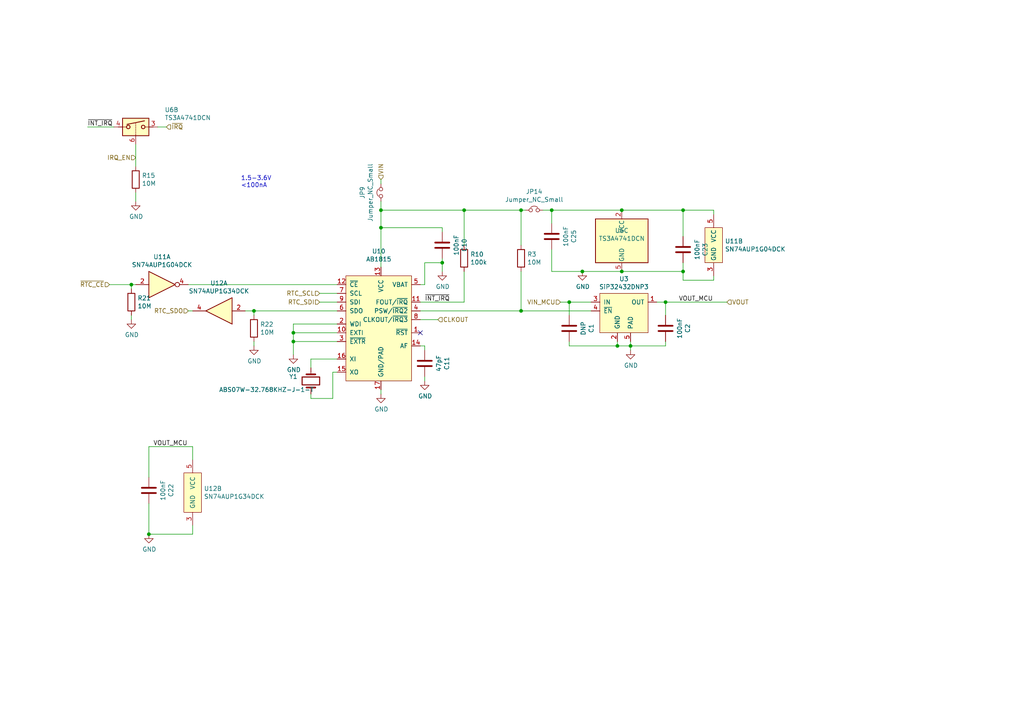
<source format=kicad_sch>
(kicad_sch (version 20211123) (generator eeschema)
  (paper "A4")
  (title_block (title "Real time clock and power management") (date "2021-07-12") (rev "2.0") (company "TU Delft"))
  (lib_symbols
    (symbol "Device:C" (pin_numbers hide) (pin_names (offset 0.254))
      (property "Reference" "C" (at 0.635 2.54 0))
      (property "Value" "C" (at 0.635 -2.54 0))
      (symbol "C_0_1"
        (polyline (pts (xy -2.032 -0.762) (xy 2.032 -0.762)) (stroke (width 0.508)))
        (polyline (pts (xy -2.032 0.762) (xy 2.032 0.762)) (stroke (width 0.508)))
      )
      (symbol "C_1_1"
        (pin passive line (at 0 3.81 270) (length 2.794) (name "~") (number "1"))
        (pin passive line (at 0 -3.81 90) (length 2.794) (name "~") (number "2"))
      )
    )
    (symbol "Device:R" (pin_numbers hide) (pin_names (offset 0))
      (property "Reference" "R" (at 2.032 0 90))
      (property "Value" "R" (at 0 0 90))
      (symbol "R_0_1"
        (rectangle (start -1.016 -2.54) (end 1.016 2.54) (stroke (width 0.254)))
      )
      (symbol "R_1_1"
        (pin passive line (at 0 3.81 270) (length 1.27) (name "~") (number "1"))
        (pin passive line (at 0 -3.81 90) (length 1.27) (name "~") (number "2"))
      )
    )
    (symbol "int-bluetooth-rescue:Jumper_NC_Small-Device" (pin_numbers hide) (pin_names (offset 0.762) hide)
      (property "Reference" "JP" (at 0 2.032 0))
      (property "Value" "Jumper_NC_Small-Device" (at 0.254 -1.524 0))
      (symbol "Jumper_NC_Small-Device_0_1"
        (circle (center -1.016 0) (radius 0.508))
        (circle (center 1.016 0) (radius 0.508))
        (arc (start 1.016 0.762) (mid 0 1.1828) (end -1.016 0.762))
        (pin passive line (at -2.54 0 0) (length 1.016) (name "1") (number "1"))
        (pin passive line (at 2.54 0 180) (length 1.016) (name "2") (number "2"))
      )
    )
    (symbol "jaspers_lib:AB1815" (pin_names (offset 1.016))
      (property "Reference" "U" (at 5.08 16.51 0))
      (property "Value" "AB1815" (at -10.16 16.51 0))
      (symbol "AB1815_0_1"
        (rectangle (start -10.16 13.97) (end 8.89 -16.51) (fill (type background)))
      )
      (symbol "AB1815_1_1"
        (pin output line (at 11.43 -2.54 180) (length 2.54) (name "~{RST}") (number "1"))
        (pin input line (at -12.7 -2.54 0) (length 2.54) (name "EXTI") (number "10"))
        (pin output line (at 11.43 6.35 180) (length 2.54) (name "FOUT/~{IRQ}") (number "11"))
        (pin input line (at -12.7 11.43 0) (length 2.54) (name "~{CE}") (number "12"))
        (pin power_in line (at 0 16.51 270) (length 2.54) (name "VCC") (number "13"))
        (pin output line (at 11.43 -6.35 180) (length 2.54) (name "AF") (number "14"))
        (pin input line (at -12.7 -13.97 0) (length 2.54) (name "XO") (number "15"))
        (pin input line (at -12.7 -10.16 0) (length 2.54) (name "XI") (number "16"))
        (pin power_in line (at 0 -19.05 90) (length 2.54) (name "GND/PAD") (number "17"))
        (pin input line (at -12.7 0 0) (length 2.54) (name "WDI") (number "2"))
        (pin input line (at -12.7 -5.08 0) (length 2.54) (name "~{EXTR}") (number "3"))
        (pin output line (at 11.43 3.81 180) (length 2.54) (name "PSW/~{IRQ2}") (number "4"))
        (pin input line (at 11.43 11.43 180) (length 2.54) (name "VBAT") (number "5"))
        (pin input line (at -12.7 3.81 0) (length 2.54) (name "SDO") (number "6"))
        (pin input line (at -12.7 8.89 0) (length 2.54) (name "SCL") (number "7"))
        (pin output line (at 11.43 1.27 180) (length 2.54) (name "CLKOUT/~{IRQ3}") (number "8"))
        (pin input line (at -12.7 6.35 0) (length 2.54) (name "SDI") (number "9"))
      )
    )
    (symbol "jaspers_lib:ABS07-120-32.768kHz" (pin_numbers hide) (pin_names (offset 1.016) hide)
      (property "Reference" "Y" (at 0 3.81 0))
      (property "Value" "ABS07-120-32.768kHz" (at 0 -3.81 0))
      (symbol "ABS07-120-32.768kHz_0_1"
        (rectangle (start -1.143 2.54) (end 1.143 -2.54) (stroke (width 0.3048)))
        (polyline (pts (xy -2.54 0) (xy -1.905 0)))
        (polyline (pts (xy -1.905 -1.27) (xy -1.905 1.27)) (stroke (width 0.508)))
        (polyline (pts (xy 1.905 -1.27) (xy 1.905 1.27)) (stroke (width 0.508)))
        (polyline (pts (xy 2.54 0) (xy 1.905 0)))
      )
      (symbol "ABS07-120-32.768kHz_1_1"
        (pin passive line (at -3.81 0 0) (length 1.27) (name "1") (number "1"))
        (pin passive line (at 3.81 0 180) (length 1.27) (name "2") (number "2"))
      )
    )
    (symbol "jaspers_lib:SN74AUP1G04DCK"
      (property "Reference" "U" (at -5.08 6.35 0))
      (property "Value" "SN74AUP1G04DCK" (at 1.27 -5.08 0))
      (symbol "SN74AUP1G04DCK_1_0"
        (polyline (pts (xy -3.81 3.81) (xy -3.81 -3.81) (xy 3.81 0) (xy -3.81 3.81)) (stroke (width 0.254)) (fill (type background)))
        (pin input line (at -7.62 0 0) (length 3.81) (name "~") (number "2"))
        (pin output inverted (at 7.62 0 180) (length 3.81) (name "~") (number "4"))
      )
      (symbol "SN74AUP1G04DCK_2_0"
        (pin power_in line (at 0 -7.62 90) (length 3.81) (name "GND") (number "3"))
        (pin power_in line (at 0 10.16 270) (length 3.81) (name "VCC") (number "5"))
      )
      (symbol "SN74AUP1G04DCK_2_1"
        (rectangle (start -2.54 6.35) (end 2.54 -3.81) (fill (type background)))
      )
    )
    (symbol "jaspers_lib:SN74AUP1G34DCK" (pin_names (offset 1.016))
      (property "Reference" "U" (at -6.35 7.62 0))
      (property "Value" "SN74AUP1G34DCK" (at 11.43 -7.62 0))
      (symbol "SN74AUP1G34DCK_1_0"
        (polyline (pts (xy -3.81 3.81) (xy -3.81 -3.81) (xy 3.81 0) (xy -3.81 3.81)) (stroke (width 0.254)) (fill (type background)))
        (pin input line (at -7.62 0 0) (length 3.81) (name "~") (number "2"))
        (pin output line (at 7.62 0 180) (length 3.81) (name "~") (number "4"))
      )
      (symbol "SN74AUP1G34DCK_2_0"
        (pin power_in line (at 0 -10.16 90) (length 3.81) (name "GND") (number "3"))
        (pin power_in line (at 0 8.89 270) (length 3.81) (name "VCC") (number "5"))
      )
      (symbol "SN74AUP1G34DCK_2_1"
        (rectangle (start -2.54 5.08) (end 2.54 -6.35) (fill (type background)))
      )
    )
    (symbol "jaspers_lib:SiP32432DNP3" (pin_names (offset 1.016))
      (property "Reference" "U" (at 1.27 1.27 0))
      (property "Value" "SiP32432DNP3" (at 11.43 1.27 0))
      (symbol "SiP32432DNP3_0_1"
        (rectangle (start 0 0) (end 13.97 -11.43) (fill (type background)))
      )
      (symbol "SiP32432DNP3_1_1"
        (pin input line (at 16.51 -2.54 180) (length 2.54) (name "OUT") (number "1"))
        (pin input line (at 5.08 -13.97 90) (length 2.54) (name "GND") (number "2"))
        (pin input line (at -2.54 -2.54 0) (length 2.54) (name "IN") (number "3"))
        (pin input line (at -2.54 -5.08 0) (length 2.54) (name "~{EN}") (number "4"))
        (pin input line (at 8.89 -13.97 90) (length 2.54) (name "PAD") (number "5"))
      )
    )
    (symbol "jaspers_lib:TS3A4741DCN" (pin_names (offset 0.254))
      (property "Reference" "U" (at -6.985 12.065 0))
      (property "Value" "TS3A4741DCN" (at -6.35 3.81 0))
      (symbol "TS3A4741DCN_1_1"
        (rectangle (start -3.81 2.54) (end 3.81 -2.54) (stroke (width 0.254)) (fill (type background)))
        (circle (center -2.159 0) (radius 0.508) (stroke (width 0.254)))
        (polyline (pts (xy -5.08 0) (xy -2.794 0)))
        (polyline (pts (xy -2.54 0.762) (xy 2.54 1.778)) (stroke (width 0.254)))
        (polyline (pts (xy 0 -2.54) (xy 0 -2.032)))
        (polyline (pts (xy 0 -1.778) (xy 0 -1.524)))
        (polyline (pts (xy 0 -1.27) (xy 0 -1.016)))
        (polyline (pts (xy 0 -0.762) (xy 0 -0.508)))
        (polyline (pts (xy 0 -0.254) (xy 0 0)))
        (polyline (pts (xy 0 0.254) (xy 0 0.508)))
        (polyline (pts (xy 0 0.762) (xy 0 1.016)))
        (polyline (pts (xy 5.08 0) (xy 2.794 0)))
        (circle (center 2.159 0) (radius 0.508) (stroke (width 0.254)))
        (pin input line (at 0 -5.08 90) (length 2.54) (name "~") (number "1"))
        (pin passive line (at -6.35 0 0) (length 2.54) (name "~") (number "7"))
        (pin passive line (at 6.35 0 180) (length 2.54) (name "~") (number "8"))
      )
      (symbol "TS3A4741DCN_2_1"
        (rectangle (start -3.81 2.54) (end 3.81 -2.54) (stroke (width 0.254)) (fill (type background)))
        (circle (center -2.159 0) (radius 0.508) (stroke (width 0.254)))
        (polyline (pts (xy -5.08 0) (xy -2.794 0)))
        (polyline (pts (xy -2.54 0.762) (xy 2.54 1.778)) (stroke (width 0.254)))
        (polyline (pts (xy 0 -2.54) (xy 0 -2.032)))
        (polyline (pts (xy 0 -1.778) (xy 0 -1.524)))
        (polyline (pts (xy 0 -1.27) (xy 0 -1.016)))
        (polyline (pts (xy 0 -0.762) (xy 0 -0.508)))
        (polyline (pts (xy 0 -0.254) (xy 0 0)))
        (polyline (pts (xy 0 0.254) (xy 0 0.508)))
        (polyline (pts (xy 0 0.762) (xy 0 1.016)))
        (polyline (pts (xy 5.08 0) (xy 2.794 0)))
        (circle (center 2.159 0) (radius 0.508) (stroke (width 0.254)))
        (pin passive line (at 6.35 0 180) (length 2.54) (name "~") (number "3"))
        (pin passive line (at -6.35 0 0) (length 2.54) (name "~") (number "4"))
        (pin input line (at 0 -5.08 90) (length 2.54) (name "~") (number "6"))
      )
      (symbol "TS3A4741DCN_3_1"
        (rectangle (start -7.62 10.16) (end 7.62 -2.54) (stroke (width 0.254)) (fill (type background)))
        (pin power_in line (at 0 12.7 270) (length 2.54) (name "VCC") (number "2"))
        (pin power_in line (at 0 -5.08 90) (length 2.54) (name "GND") (number "5"))
      )
    )
    (symbol "power:GND" (power) (pin_names (offset 0))
      (property "Value" "GND" (at 0 -3.81 0))
      (symbol "GND_0_1"
        (polyline (pts (xy 0 0) (xy 0 -1.27) (xy 1.27 -1.27) (xy 0 -2.54) (xy -1.27 -1.27) (xy 0 -1.27)))
      )
      (symbol "GND_1_1"
        (pin power_in line (at 0 0 270) (length 0) hide (name "GND") (number "1"))
      )
    )
  )
  (junction (at 160.02 60.96))
  (junction (at 110.49 66.04))
  (junction (at 38.1 82.55))
  (junction (at 165.1 87.63))
  (junction (at 182.88 100.33))
  (junction (at 193.04 87.63))
  (junction (at 198.12 78.74))
  (junction (at 168.91 78.74))
  (junction (at 180.34 78.74))
  (junction (at 180.34 60.96))
  (junction (at 43.18 154.94))
  (junction (at 85.09 96.52))
  (junction (at 110.49 60.96))
  (junction (at 151.13 60.96))
  (junction (at 73.66 90.17))
  (junction (at 128.27 76.2))
  (junction (at 85.09 99.06))
  (junction (at 151.13 90.17))
  (junction (at 134.62 60.96))
  (junction (at 198.12 60.96))
  (junction (at 179.07 100.33))
  (no_connect (at 121.92 96.52))
  (wire (pts (xy 85.09 93.98) (xy 85.09 96.52)))
  (wire (pts (xy 97.79 96.52) (xy 85.09 96.52)))
  (wire (pts (xy 97.79 99.06) (xy 85.09 99.06)))
  (wire (pts (xy 54.61 82.55) (xy 97.79 82.55)))
  (wire (pts (xy 85.09 96.52) (xy 85.09 99.06)))
  (wire (pts (xy 128.27 78.74) (xy 128.27 76.2)))
  (wire (pts (xy 110.49 114.3) (xy 110.49 113.03)))
  (wire (pts (xy 123.19 82.55) (xy 121.92 82.55)))
  (wire (pts (xy 43.18 154.94) (xy 55.88 154.94)))
  (wire (pts (xy 121.92 87.63) (xy 134.62 87.63)))
  (wire (pts (xy 151.13 60.96) (xy 151.13 71.12)))
  (wire (pts (xy 33.02 36.83) (xy 25.4 36.83)))
  (wire (pts (xy 180.34 60.96) (xy 160.02 60.96)))
  (wire (pts (xy 110.49 58.42) (xy 110.49 60.96)))
  (wire (pts (xy 151.13 78.74) (xy 151.13 90.17)))
  (wire (pts (xy 121.92 100.33) (xy 123.19 100.33)))
  (wire (pts (xy 179.07 100.33) (xy 182.88 100.33)))
  (wire (pts (xy 182.88 100.33) (xy 182.88 99.06)))
  (wire (pts (xy 43.18 129.54) (xy 55.88 129.54)))
  (wire (pts (xy 198.12 81.28) (xy 198.12 78.74)))
  (wire (pts (xy 110.49 66.04) (xy 128.27 66.04)))
  (wire (pts (xy 39.37 55.88) (xy 39.37 58.42)))
  (wire (pts (xy 45.72 36.83) (xy 48.26 36.83)))
  (wire (pts (xy 123.19 100.33) (xy 123.19 101.6)))
  (wire (pts (xy 38.1 82.55) (xy 31.75 82.55)))
  (wire (pts (xy 73.66 90.17) (xy 73.66 91.44)))
  (wire (pts (xy 198.12 78.74) (xy 198.12 76.2)))
  (wire (pts (xy 151.13 90.17) (xy 171.45 90.17)))
  (wire (pts (xy 97.79 90.17) (xy 73.66 90.17)))
  (wire (pts (xy 123.19 109.22) (xy 123.19 110.49)))
  (wire (pts (xy 110.49 60.96) (xy 134.62 60.96)))
  (wire (pts (xy 160.02 60.96) (xy 160.02 64.77)))
  (wire (pts (xy 179.07 99.06) (xy 179.07 100.33)))
  (wire (pts (xy 97.79 87.63) (xy 92.71 87.63)))
  (wire (pts (xy 128.27 76.2) (xy 128.27 74.93)))
  (wire (pts (xy 71.12 90.17) (xy 73.66 90.17)))
  (wire (pts (xy 207.01 60.96) (xy 207.01 62.23)))
  (wire (pts (xy 134.62 71.12) (xy 134.62 60.96)))
  (wire (pts (xy 55.88 129.54) (xy 55.88 133.35)))
  (wire (pts (xy 180.34 60.96) (xy 198.12 60.96)))
  (wire (pts (xy 190.5 87.63) (xy 193.04 87.63)))
  (wire (pts (xy 182.88 100.33) (xy 182.88 101.6)))
  (wire (pts (xy 207.01 80.01) (xy 207.01 81.28)))
  (wire (pts (xy 128.27 76.2) (xy 123.19 76.2)))
  (wire (pts (xy 162.56 87.63) (xy 165.1 87.63)))
  (wire (pts (xy 193.04 100.33) (xy 182.88 100.33)))
  (wire (pts (xy 165.1 87.63) (xy 165.1 91.44)))
  (wire (pts (xy 97.79 107.95) (xy 96.52 107.95)))
  (wire (pts (xy 90.17 115.57) (xy 90.17 114.3)))
  (wire (pts (xy 96.52 115.57) (xy 90.17 115.57)))
  (wire (pts (xy 193.04 87.63) (xy 210.82 87.63)))
  (wire (pts (xy 73.66 99.06) (xy 73.66 100.33)))
  (wire (pts (xy 160.02 78.74) (xy 160.02 72.39)))
  (wire (pts (xy 110.49 66.04) (xy 110.49 60.96)))
  (wire (pts (xy 198.12 68.58) (xy 198.12 60.96)))
  (wire (pts (xy 134.62 60.96) (xy 151.13 60.96)))
  (wire (pts (xy 85.09 99.06) (xy 85.09 102.87)))
  (wire (pts (xy 121.92 92.71) (xy 127 92.71)))
  (wire (pts (xy 110.49 52.07) (xy 110.49 53.34)))
  (wire (pts (xy 90.17 106.68) (xy 90.17 104.14)))
  (wire (pts (xy 198.12 60.96) (xy 207.01 60.96)))
  (wire (pts (xy 152.4 60.96) (xy 151.13 60.96)))
  (wire (pts (xy 55.88 90.17) (xy 54.61 90.17)))
  (wire (pts (xy 110.49 66.04) (xy 110.49 77.47)))
  (wire (pts (xy 157.48 60.96) (xy 160.02 60.96)))
  (wire (pts (xy 43.18 138.43) (xy 43.18 129.54)))
  (wire (pts (xy 193.04 91.44) (xy 193.04 87.63)))
  (wire (pts (xy 123.19 76.2) (xy 123.19 82.55)))
  (wire (pts (xy 90.17 104.14) (xy 97.79 104.14)))
  (wire (pts (xy 165.1 100.33) (xy 179.07 100.33)))
  (wire (pts (xy 39.37 41.91) (xy 39.37 48.26)))
  (wire (pts (xy 96.52 107.95) (xy 96.52 115.57)))
  (wire (pts (xy 165.1 87.63) (xy 171.45 87.63)))
  (wire (pts (xy 121.92 90.17) (xy 151.13 90.17)))
  (wire (pts (xy 207.01 81.28) (xy 198.12 81.28)))
  (wire (pts (xy 165.1 99.06) (xy 165.1 100.33)))
  (wire (pts (xy 97.79 93.98) (xy 85.09 93.98)))
  (wire (pts (xy 134.62 78.74) (xy 134.62 87.63)))
  (wire (pts (xy 128.27 67.31) (xy 128.27 66.04)))
  (wire (pts (xy 168.91 78.74) (xy 160.02 78.74)))
  (wire (pts (xy 43.18 146.05) (xy 43.18 154.94)))
  (wire (pts (xy 193.04 99.06) (xy 193.04 100.33)))
  (wire (pts (xy 38.1 82.55) (xy 39.37 82.55)))
  (wire (pts (xy 38.1 91.44) (xy 38.1 92.71)))
  (wire (pts (xy 38.1 83.82) (xy 38.1 82.55)))
  (wire (pts (xy 97.79 85.09) (xy 92.71 85.09)))
  (wire (pts (xy 180.34 78.74) (xy 198.12 78.74)))
  (wire (pts (xy 55.88 154.94) (xy 55.88 152.4)))
  (wire (pts (xy 180.34 78.74) (xy 168.91 78.74)))
  (text "1.5-3.6V\n<100nA" (at 69.85 54.61 0) (effects (font (size 1.27 1.27)) (justify left bottom)))
  (label "VOUT_MCU" (at 196.85 87.63 0))
  (label "~{INT_IRQ}" (at 123.19 87.63 0))
  (label "~{INT_IRQ}" (at 25.4 36.83 0))
  (label "VOUT_MCU" (at 44.45 129.54 0))
  (hierarchical_label "VOUT" (shape input) (at 210.82 87.63 0))
  (hierarchical_label "VIN" (shape input) (at 110.49 52.07 90))
  (hierarchical_label "RTC_SDO" (shape input) (at 54.61 90.17 180))
  (hierarchical_label "~{IRQ}" (shape input) (at 48.26 36.83 0))
  (hierarchical_label "VIN_MCU" (shape input) (at 162.56 87.63 180))
  (hierarchical_label "~{RTC_CE}" (shape input) (at 31.75 82.55 180))
  (hierarchical_label "CLKOUT" (shape input) (at 127 92.71 0))
  (hierarchical_label "RTC_SDI" (shape input) (at 92.71 87.63 180))
  (hierarchical_label "IRQ_EN" (shape input) (at 39.37 45.72 180))
  (hierarchical_label "RTC_SCL" (shape input) (at 92.71 85.09 180))
  (symbol (lib_id "Device:C") (at 123.19 105.41 0) (unit 1)
    (property "Reference" "C11" (at 129.5908 105.41 90))
    (property "Value" "47pF" (at 127.2794 105.41 90))
    (property "Footprint" "Capacitor_SMD:C_0402_1005Metric" (effects hide))
    (property "MPN" "GJM1555C1H470FB01D" (effects hide))
  )
  (symbol (lib_id "power:GND") (at 123.19 110.49 0) (unit 1)
    (property "Reference" "#PWR026" (effects hide))
    (property "Value" "GND" (at 123.317 114.8842 0))
  )
  (symbol (lib_id "jaspers_lib:ABS07-120-32.768kHz") (at 90.17 110.49 90) (unit 1)
    (property "Reference" "Y1" (at 83.82 109.22 90) (effects (justify right)))
    (property "Value" "ABS07W-32.768KHZ-J-1-T" (at 63.5 113.03 90) (effects (justify right)))
    (property "Footprint" "Crystal:Crystal_SMD_3215-2Pin_3.2x1.5mm" (effects hide))
    (property "Datasheet" "https://abracon.com/Resonators/ABS07W.pdf" (effects hide))
    (property "MPN" "ABS07W-32.768KHZ-J-1-T" (effects hide))
  )
  (symbol (lib_id "Device:R") (at 134.62 74.93 0) (unit 1)
    (property "Reference" "R10" (at 136.398 73.7616 0) (effects (justify left)))
    (property "Value" "100k" (at 136.398 76.073 0) (effects (justify left)))
    (property "Footprint" "Resistor_SMD:R_0402_1005Metric" (effects hide))
    (property "MPN" "RC0402FR-07100KL" (effects hide))
  )
  (symbol (lib_id "power:GND") (at 85.09 102.87 0) (unit 1)
    (property "Reference" "#PWR023" (effects hide))
    (property "Value" "GND" (at 85.217 107.2642 0))
  )
  (symbol (lib_id "power:GND") (at 110.49 114.3 0) (unit 1)
    (property "Reference" "#PWR025" (effects hide))
    (property "Value" "GND" (at 110.617 118.6942 0))
  )
  (symbol (lib_id "Device:R") (at 39.37 52.07 0) (unit 1)
    (property "Reference" "R15" (at 41.148 50.9016 0) (effects (justify left)))
    (property "Value" "10M" (at 41.148 53.213 0) (effects (justify left)))
    (property "Footprint" "Resistor_SMD:R_0402_1005Metric" (effects hide))
    (property "MPN" "RC0402FR-0710ML" (effects hide))
  )
  (symbol (lib_id "power:GND") (at 39.37 58.42 0) (unit 1)
    (property "Reference" "#PWR0102" (effects hide))
    (property "Value" "GND" (at 39.497 62.8142 0))
  )
  (symbol (lib_id "jaspers_lib:SiP32432DNP3") (at 173.99 85.09 0) (unit 1)
    (property "Reference" "U3" (at 180.975 80.899 0))
    (property "Value" "SiP32432DNP3" (at 180.975 83.2104 0))
    (property "Footprint" "jaspers_footprints:DFN-4-1EP_1.6x1.2mm_P0.5mm_EP" (effects hide))
    (property "Datasheet" "https://www.vishay.com/docs/66597/sip32431.pdf" (effects hide))
    (property "MPN" "SIP32432DNP3-T1GE4" (effects hide))
  )
  (symbol (lib_id "Device:R") (at 151.13 74.93 0) (unit 1)
    (property "Reference" "R3" (at 152.908 73.7616 0) (effects (justify left)))
    (property "Value" "10M" (at 152.908 76.073 0) (effects (justify left)))
    (property "Footprint" "Resistor_SMD:R_0402_1005Metric" (effects hide))
    (property "MPN" "RC0402FR-0710ML" (effects hide))
  )
  (symbol (lib_id "power:GND") (at 182.88 101.6 0) (unit 1)
    (property "Reference" "#PWR09" (effects hide))
    (property "Value" "GND" (at 183.007 105.9942 0))
  )
  (symbol (lib_id "Device:C") (at 193.04 95.25 0) (unit 1)
    (property "Reference" "C2" (at 199.4408 95.25 90))
    (property "Value" "100nF" (at 197.1294 95.25 90))
    (property "Footprint" "Capacitor_SMD:C_0402_1005Metric" (effects hide))
    (property "MPN" "GRM155R71C104KA88J" (effects hide))
  )
  (symbol (lib_id "Device:C") (at 165.1 95.25 0) (unit 1)
    (property "Reference" "C1" (at 171.5008 95.25 90))
    (property "Value" "DNP" (at 169.1894 95.25 90))
    (property "Footprint" "Capacitor_SMD:C_0402_1005Metric" (effects hide))
    (property "MPN" "-" (effects hide))
  )
  (symbol (lib_id "int-bluetooth-rescue:Jumper_NC_Small-Device") (at 110.49 55.88 90) (unit 1)
    (property "Reference" "JP9" (at 105.1052 55.88 0))
    (property "Value" "Jumper_NC_Small" (at 107.4166 55.88 0))
    (property "Footprint" "jaspers_footprints:SolderJumper-small-nc" (effects hide))
    (property "MPN" "-" (effects hide))
  )
  (symbol (lib_id "power:GND") (at 128.27 78.74 0) (unit 1)
    (property "Reference" "#PWR0101" (effects hide))
    (property "Value" "GND" (at 128.397 83.1342 0))
  )
  (symbol (lib_id "Device:C") (at 128.27 71.12 0) (unit 1)
    (property "Reference" "C10" (at 134.6708 71.12 90))
    (property "Value" "100nF" (at 132.3594 71.12 90))
    (property "Footprint" "Capacitor_SMD:C_0402_1005Metric" (effects hide))
    (property "MPN" "GRM155R71C104KA88J" (effects hide))
  )
  (symbol (lib_id "jaspers_lib:AB1815") (at 110.49 93.98 0) (unit 1)
    (property "Reference" "U10" (at 109.855 72.8726 0))
    (property "Value" "AB1815" (at 109.855 75.184 0))
    (property "Footprint" "Package_DFN_QFN:QFN-16-1EP_3x3mm_P0.5mm_EP1.75x1.75mm_ThermalVias" (effects hide))
    (property "Datasheet" "https://abracon.com/Precisiontiming/AB18X5-RTC.pdf" (effects hide))
    (property "MPN" "AM1815" (effects hide))
  )
  (symbol (lib_id "Device:C") (at 160.02 68.58 0) (unit 1)
    (property "Reference" "C25" (at 166.4208 68.58 90))
    (property "Value" "100nF" (at 164.1094 68.58 90))
    (property "Footprint" "Capacitor_SMD:C_0402_1005Metric" (effects hide))
    (property "MPN" "GRM155R71C104KA88J" (effects hide))
  )
  (symbol (lib_id "jaspers_lib:TS3A4741DCN") (at 180.34 73.66 0) (unit 3)
    (property "Reference" "U6" (at 180.34 66.8782 0))
    (property "Value" "TS3A4741DCN" (at 180.34 69.1896 0))
    (property "Footprint" "Package_TO_SOT_SMD:SOT-23-8" (effects hide))
    (property "Datasheet" "http://www.ti.com/lit/ds/symlink/ts3a4741.pdf" (effects hide))
    (property "MPN" "TS3A4741DCN" (effects hide))
  )
  (symbol (lib_id "jaspers_lib:TS3A4741DCN") (at 39.37 36.83 0) (unit 2)
    (property "Reference" "U6" (at 47.752 31.8516 0) (effects (justify left)))
    (property "Value" "TS3A4741DCN" (at 47.752 34.163 0) (effects (justify left)))
    (property "Footprint" "Package_TO_SOT_SMD:SOT-23-8" (effects hide))
    (property "Datasheet" "http://www.ti.com/lit/ds/symlink/ts3a4741.pdf" (effects hide))
    (property "MPN" "TS3A4741DCN" (effects hide))
  )
  (symbol (lib_id "power:GND") (at 168.91 78.74 0) (unit 1)
    (property "Reference" "#PWR0105" (effects hide))
    (property "Value" "GND" (at 169.037 83.1342 0))
  )
  (symbol (lib_id "int-bluetooth-rescue:Jumper_NC_Small-Device") (at 154.94 60.96 0) (unit 1)
    (property "Reference" "JP14" (at 154.94 55.5752 0))
    (property "Value" "Jumper_NC_Small" (at 154.94 57.8866 0))
    (property "Footprint" "jaspers_footprints:SolderJumper-small-nc" (effects hide))
    (property "MPN" "-" (effects hide))
  )
  (symbol (lib_id "jaspers_lib:SN74AUP1G04DCK") (at 46.99 82.55 0) (unit 1)
    (property "Reference" "U11" (at 46.99 74.4982 0))
    (property "Value" "SN74AUP1G04DCK" (at 46.99 76.8096 0))
    (property "Footprint" "jaspers_footprints:Texas_R-PDSO-G5" (effects hide))
    (property "Datasheet" "https://www.ti.com/lit/ds/symlink/sn74aup1g04.pdf" (effects hide))
    (property "MPN" "SN74AUP1G04DCK" (effects hide))
  )
  (symbol (lib_id "jaspers_lib:SN74AUP1G04DCK") (at 207.01 72.39 0) (unit 2)
    (property "Reference" "U11" (at 210.2612 69.9516 0) (effects (justify left)))
    (property "Value" "SN74AUP1G04DCK" (at 210.2612 72.263 0) (effects (justify left)))
    (property "Footprint" "jaspers_footprints:Texas_R-PDSO-G5" (effects hide))
    (property "Datasheet" "https://www.ti.com/lit/ds/symlink/sn74aup1g04.pdf" (effects hide))
    (property "MPN" "SN74AUP1G04DCK" (effects hide))
  )
  (symbol (lib_id "Device:R") (at 38.1 87.63 0) (unit 1)
    (property "Reference" "R21" (at 39.878 86.4616 0) (effects (justify left)))
    (property "Value" "10M" (at 39.878 88.773 0) (effects (justify left)))
    (property "Footprint" "Resistor_SMD:R_0402_1005Metric" (effects hide))
    (property "MPN" "RC0402FR-0710ML" (effects hide))
  )
  (symbol (lib_id "power:GND") (at 38.1 92.71 0) (unit 1)
    (property "Reference" "#PWR0116" (effects hide))
    (property "Value" "GND" (at 38.227 97.1042 0))
  )
  (symbol (lib_id "Device:C") (at 198.12 72.39 0) (unit 1)
    (property "Reference" "C23" (at 204.5208 72.39 90))
    (property "Value" "100nF" (at 202.2094 72.39 90))
    (property "Footprint" "Capacitor_SMD:C_0402_1005Metric" (effects hide))
    (property "MPN" "GRM155R71C104KA88J" (effects hide))
  )
  (symbol (lib_id "jaspers_lib:SN74AUP1G34DCK") (at 63.5 90.17 180) (unit 1)
    (property "Reference" "U12" (at 63.5 82.1182 0))
    (property "Value" "SN74AUP1G34DCK" (at 63.5 84.4296 0))
    (property "Footprint" "jaspers_footprints:Texas_R-PDSO-G5" (effects hide))
    (property "Datasheet" "https://www.ti.com/lit/ds/symlink/sn74aup1g34.pdf" (effects hide))
    (property "MPN" "SN74AUP1G34DCK" (effects hide))
  )
  (symbol (lib_id "jaspers_lib:SN74AUP1G34DCK") (at 55.88 142.24 0) (unit 2)
    (property "Reference" "U12" (at 59.1312 141.7066 0) (effects (justify left)))
    (property "Value" "SN74AUP1G34DCK" (at 59.1312 144.018 0) (effects (justify left)))
    (property "Footprint" "jaspers_footprints:Texas_R-PDSO-G5" (effects hide))
    (property "Datasheet" "https://www.ti.com/lit/ds/symlink/sn74aup1g34.pdf" (effects hide))
    (property "MPN" "SN74AUP1G34DCK" (effects hide))
  )
  (symbol (lib_id "Device:C") (at 43.18 142.24 0) (unit 1)
    (property "Reference" "C22" (at 49.5808 142.24 90))
    (property "Value" "100nF" (at 47.2694 142.24 90))
    (property "Footprint" "Capacitor_SMD:C_0402_1005Metric" (effects hide))
    (property "MPN" "GRM155R71C104KA88J" (effects hide))
  )
  (symbol (lib_id "Device:R") (at 73.66 95.25 0) (unit 1)
    (property "Reference" "R22" (at 75.438 94.0816 0) (effects (justify left)))
    (property "Value" "10M" (at 75.438 96.393 0) (effects (justify left)))
    (property "Footprint" "Resistor_SMD:R_0402_1005Metric" (effects hide))
    (property "MPN" "RC0402FR-0710ML" (effects hide))
  )
  (symbol (lib_id "power:GND") (at 73.66 100.33 0) (unit 1)
    (property "Reference" "#PWR0117" (effects hide))
    (property "Value" "GND" (at 73.787 104.7242 0))
  )
  (symbol (lib_id "power:GND") (at 43.18 154.94 0) (unit 1)
    (property "Reference" "#PWR0118" (effects hide))
    (property "Value" "GND" (at 43.307 159.3342 0))
  )
)
</source>
